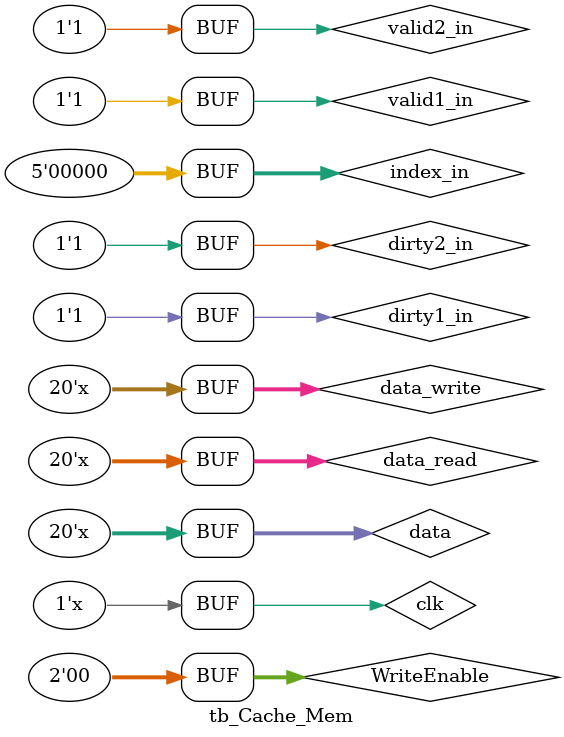
<source format=v>
module cache_Mem (
    inout wire [19:0] data,
    output reg dirty1_out, dirty2_out, valid1_out, valid2_out,
    output reg [4:0] tag_out, 
    input wire clk, dirty1_in, dirty2_in, valid1_in, valid2_in,
    input wire [4:0] tag_in,
    input wire [1:0] WriteEnable,
    input wire [3:0] index_in 
    );
    reg [28:0] index[15:0];
    wire [19:0] cache_read, cache_write;
    reg [19:0] cache_read_reg;
   
    assign data = (WriteEnable != 0) ?
        20'bz :        //writing
        cache_read;   //reading
        
    assign cache_write = data;
    assign cache_read = cache_read_reg;

    always@(*) begin 
    
        cache_read_reg [9:0] = index[index_in][21:12];      //word1
        cache_read_reg [19:10] = index[index_in][9:0];      //word2
        dirty1_out = index[index_in][22];                   //dirty1
        valid1_out = index[index_in][23];                   //valid1
        dirty2_out = index[index_in][10];                   
        valid2_out = index[index_in][11];
        tag_out = index[index_in][28:24];
    end
  
    always@(posedge clk) begin 
     
        //write word 1 
        if (WriteEnable == 2'b01) begin     
             index[index_in][21:12] <= cache_write[9:0];
             index[index_in][22] <= dirty1_in;
             index[index_in][23] <= valid1_in;
             index[index_in][28:24] <= tag_in;
        end
        //write word 2 
        else if (WriteEnable == 2'b10) begin 
           index[index_in][9:0] <= cache_write[19:10];
           index[index_in][10] <= dirty2_in;
           index[index_in][11] <= valid2_in;
           index[index_in][28:24] <= tag_in;
        end
        //write both words 
        else if (WriteEnable == 2'b11) begin
            index[index_in][21:12] <= cache_write[9:0];
            index[index_in][9:0] <= cache_write[19:10];
            index[index_in][22] <= dirty1_in;
            index[index_in][23] <= valid1_in;
            index[index_in][10] <= dirty2_in;
            index[index_in][11] <= valid2_in;
            index[index_in][28:24] <= tag_in;
        end 
        
                      
    end
    
    
    //initialize memory 
    initial begin

        //index         tag/val/dir/word1   val/dir/word2        
        index[0] <=  29'b00000_0_0_0000000000_0_0_0000000000;
        index[1] <=  29'b00000_0_0_0000000000_0_0_0000000000;
        index[2] <=  29'b00000_0_0_0000000000_0_0_0000000000;
        index[3] <=  29'b00000_0_0_0000000000_0_0_0000000000;
        index[4] <=  29'b00000_0_0_0000000000_0_0_0000000000;
        index[5] <=  29'b00000_0_0_0000000000_0_0_0000000000;
        index[6] <=  29'b00000_0_0_0000000000_0_0_0000000000;
        index[7] <=  29'b00000_0_0_0000000000_0_0_0000000000;
        index[8] <=  29'b00000_0_0_0000000000_0_0_0000000000;
        index[9] <=  29'b00000_0_0_0000000000_0_0_0000000000;
        index[10] <= 29'b00000_0_0_0000000000_0_0_0000000000;
        index[11] <= 29'b00000_0_0_0000000000_0_0_0000000000;
        index[12] <= 29'b00000_0_0_0000000000_0_0_0000000000;
        index[13] <= 29'b00000_0_0_0000000000_0_0_0000000000;
        index[14] <= 29'b00000_0_0_0000000000_0_0_0000000000;
        index[15] <= 29'b00000_0_0_0000000000_0_0_0000000000;
        
     
    end
endmodule

module tb_Cache_Mem ();
    
    wire [19:0] data, data_read;
    wire dirty1_out, dirty2_out, valid1_out, valid2_out;
    reg clk, dirty1_in, dirty2_in, valid1_in, valid2_in;
    reg [1:0] WriteEnable;
    reg [4:0] index_in;
    
    cache_Mem SUT(.data(data), .dirty1_out(dirty1_out), .dirty2_out(dirty2_out), .valid1_out(valid1_out), .valid2_out(valid2_out),
    .clk(clk), .dirty1_in(dirty1_in), .dirty2_in(dirty2_in), .valid1_in(valid1_in), .valid2_in(valid2_in),
    .WriteEnable(WriteEnable), .index_in(index_in));
    
    parameter PERIOD = 10;
    initial clk = 1'b0; 
    always #(PERIOD/2) clk = ~clk; 
    
    reg [19:0] data_write;
    assign data = (WriteEnable != 0) ?
        data_write :
        20'bz;
    
    assign data_read = data;
    
    initial begin 
        //Test read 
        dirty1_in = 1'b1; dirty2_in = 1'b1; valid1_in = 1'b1; valid2_in = 1'b1;
        WriteEnable = 2'b00; data_write = 20'bz; index_in = 5'b0;      #PERIOD;
        
        //Test write word 1  
        WriteEnable = 2'b01; data_write = 20'b1; index_in = 5'b0;     #PERIOD;
        
        //Test write word 2 
        WriteEnable = 2'b10; data_write = 20'b11; index_in = 5'b0;    #PERIOD;
        
        //Test write both words  
        WriteEnable = 2'b11; data_write = 20'b10; index_in = 5'b1;     #PERIOD;
        
        //Test read 
        WriteEnable = 2'b00; data_write = 20'bz; index_in = 5'b0;      #PERIOD;
    end
     
     

endmodule
</source>
